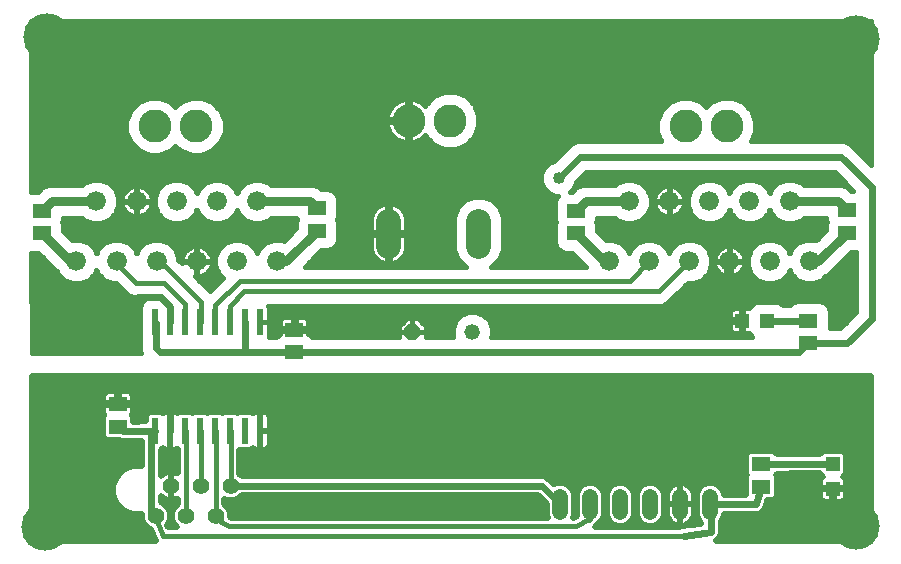
<source format=gtl>
G75*
%MOIN*%
%OFA0B0*%
%FSLAX24Y24*%
%IPPOS*%
%LPD*%
%AMOC8*
5,1,8,0,0,1.08239X$1,22.5*
%
%ADD10C,0.0660*%
%ADD11R,0.0591X0.0512*%
%ADD12R,0.0630X0.0512*%
%ADD13R,0.0472X0.0472*%
%ADD14C,0.1102*%
%ADD15C,0.0520*%
%ADD16OC8,0.0520*%
%ADD17C,0.0520*%
%ADD18C,0.0825*%
%ADD19R,0.0236X0.0866*%
%ADD20C,0.0560*%
%ADD21C,0.0315*%
%ADD22C,0.0160*%
%ADD23C,0.0157*%
%ADD24C,0.1581*%
%ADD25C,0.0320*%
%ADD26C,0.0240*%
%ADD27C,0.0400*%
%ADD28C,0.0197*%
D10*
X008141Y011137D03*
X008760Y012811D03*
X010098Y012811D03*
X011437Y012811D03*
X012775Y012811D03*
X014114Y012811D03*
X015452Y012811D03*
X014783Y014811D03*
X013445Y014811D03*
X012106Y014811D03*
X010767Y014811D03*
X009429Y014811D03*
X014637Y019681D03*
X026510Y012811D03*
X027848Y012811D03*
X029187Y012811D03*
X030525Y012811D03*
X031864Y012811D03*
X033202Y012811D03*
X032533Y014811D03*
X031195Y014811D03*
X029856Y014811D03*
X028517Y014811D03*
X027179Y014811D03*
D11*
X025417Y014486D03*
X025417Y013738D03*
X016783Y013830D03*
X016783Y014578D03*
X016015Y010527D03*
X016015Y009779D03*
X010149Y008047D03*
X010149Y007299D03*
X007618Y013740D03*
X007618Y014488D03*
X034441Y014511D03*
X034441Y013763D03*
D12*
X033161Y010830D03*
X033161Y010082D03*
X031594Y006048D03*
X031594Y005300D03*
D13*
X033977Y005227D03*
X033977Y006054D03*
X031779Y010834D03*
X030952Y010834D03*
D14*
X030448Y017311D03*
X029071Y017311D03*
X021212Y017503D03*
X019835Y017503D03*
X012752Y017311D03*
X011374Y017311D03*
D15*
X024889Y004964D02*
X024889Y004444D01*
X025889Y004444D02*
X025889Y004964D01*
X026889Y004964D02*
X026889Y004444D01*
X027889Y004444D02*
X027889Y004964D01*
X028889Y004964D02*
X028889Y004444D01*
X029889Y004444D02*
X029889Y004964D01*
D16*
X019958Y010468D03*
D17*
X021958Y010468D03*
D18*
X022161Y013331D02*
X022161Y014156D01*
X019161Y014156D02*
X019161Y013331D01*
D19*
X014891Y010783D03*
X014391Y010783D03*
X013891Y010783D03*
X013391Y010783D03*
X012891Y010783D03*
X012391Y010783D03*
X011891Y010783D03*
X011391Y010783D03*
X011391Y007161D03*
X011891Y007161D03*
X012391Y007161D03*
X012891Y007161D03*
X013391Y007161D03*
X013891Y007161D03*
X014391Y007161D03*
X014891Y007161D03*
D20*
X013909Y005326D03*
X012909Y005326D03*
X011909Y005326D03*
X011409Y004326D03*
X012409Y004326D03*
X013409Y004326D03*
D21*
X015452Y012811D02*
X015763Y012811D01*
X016783Y013830D01*
X016783Y014578D02*
X016551Y014811D01*
X014783Y014811D01*
X009429Y014811D02*
X007941Y014811D01*
X007618Y014488D01*
X007618Y013740D02*
X008547Y012811D01*
X008760Y012811D01*
X025417Y013738D02*
X026344Y012811D01*
X026510Y012811D01*
X025417Y014486D02*
X025742Y014811D01*
X027179Y014811D01*
X032533Y014811D02*
X034141Y014811D01*
X034441Y014511D01*
X034441Y013763D02*
X033488Y012811D01*
X033202Y012811D01*
D22*
X029187Y012811D02*
X028183Y011807D01*
X014362Y011807D01*
X013891Y011336D01*
X013891Y010783D01*
X013391Y010783D02*
X013391Y011348D01*
X014204Y012161D01*
X027198Y012161D01*
X027848Y012811D01*
X025858Y004208D02*
X025425Y003975D01*
X013850Y003975D01*
X013409Y004216D01*
X013409Y004326D02*
X013409Y007161D01*
X013391Y007161D01*
X013891Y007161D02*
X013909Y007161D01*
X013909Y005326D01*
X012909Y005326D02*
X012909Y007161D01*
X012891Y007161D01*
X012409Y007161D02*
X012409Y004326D01*
X011637Y003665D02*
X028999Y003665D01*
X012905Y010797D02*
X012891Y010783D01*
X012905Y010797D02*
X012905Y011452D01*
X011547Y012811D01*
X011437Y012811D01*
X011685Y012082D02*
X010740Y012082D01*
X010098Y012724D01*
X010098Y012811D01*
X011685Y012082D02*
X012393Y011374D01*
X012393Y010785D01*
X012391Y010783D01*
X012391Y007161D02*
X012409Y007161D01*
X011380Y004323D02*
X011637Y003665D01*
D23*
X010918Y009759D02*
X007265Y009759D01*
X007263Y013090D01*
X007488Y013090D01*
X008080Y012498D01*
X008124Y012454D01*
X008146Y012401D01*
X008350Y012197D01*
X008616Y012087D01*
X008903Y012087D01*
X009169Y012197D01*
X009373Y012401D01*
X009429Y012535D01*
X009485Y012401D01*
X009688Y012197D01*
X009954Y012087D01*
X010065Y012087D01*
X010338Y011814D01*
X010471Y011681D01*
X010646Y011609D01*
X011192Y011609D01*
X011050Y011550D01*
X010940Y011439D01*
X010880Y011294D01*
X010880Y010890D01*
X010878Y010885D01*
X010878Y010681D01*
X010880Y010676D01*
X010880Y010272D01*
X010895Y010233D01*
X010895Y009815D01*
X010918Y009759D01*
X010895Y009825D02*
X007265Y009825D01*
X007265Y009981D02*
X010895Y009981D01*
X010895Y010137D02*
X007265Y010137D01*
X007265Y010293D02*
X010880Y010293D01*
X010880Y010449D02*
X007265Y010449D01*
X007265Y010605D02*
X010880Y010605D01*
X010878Y010761D02*
X007265Y010761D01*
X007265Y010917D02*
X010880Y010917D01*
X010880Y011073D02*
X007265Y011073D01*
X007265Y011229D02*
X010880Y011229D01*
X010917Y011385D02*
X007264Y011385D01*
X007264Y011541D02*
X011042Y011541D01*
X010455Y011697D02*
X007264Y011697D01*
X007264Y011853D02*
X010299Y011853D01*
X010338Y011814D02*
X010338Y011814D01*
X010143Y012009D02*
X007264Y012009D01*
X007264Y012165D02*
X008427Y012165D01*
X008226Y012321D02*
X007264Y012321D01*
X007264Y012477D02*
X008101Y012477D01*
X007945Y012633D02*
X007264Y012633D01*
X007264Y012789D02*
X007789Y012789D01*
X007633Y012945D02*
X007263Y012945D01*
X008307Y013830D02*
X008606Y013531D01*
X008616Y013534D01*
X008903Y013534D01*
X009169Y013424D01*
X009373Y013221D01*
X009429Y013086D01*
X009485Y013221D01*
X009688Y013424D01*
X009954Y013534D01*
X010242Y013534D01*
X010508Y013424D01*
X010712Y013221D01*
X010767Y013086D01*
X010823Y013221D01*
X011027Y013424D01*
X011293Y013534D01*
X011581Y013534D01*
X011847Y013424D01*
X012050Y013221D01*
X012160Y012955D01*
X012160Y012867D01*
X012268Y012759D01*
X012267Y012771D01*
X012267Y012791D01*
X012756Y012791D01*
X012795Y012791D01*
X012795Y012830D01*
X013284Y012830D01*
X013284Y012851D01*
X013271Y012930D01*
X013247Y013006D01*
X013210Y013077D01*
X013163Y013142D01*
X013107Y013199D01*
X013042Y013246D01*
X012971Y013282D01*
X012894Y013307D01*
X012815Y013319D01*
X012795Y013319D01*
X012795Y012830D01*
X012756Y012830D01*
X012756Y012791D01*
X012756Y012302D01*
X012735Y012302D01*
X012724Y012304D01*
X013174Y011854D01*
X013200Y011827D01*
X013637Y012264D01*
X013500Y012401D01*
X013390Y012667D01*
X013390Y012955D01*
X013500Y013221D01*
X013704Y013424D01*
X013970Y013534D01*
X014258Y013534D01*
X014524Y013424D01*
X014727Y013221D01*
X014783Y013086D01*
X014839Y013221D01*
X015042Y013424D01*
X015308Y013534D01*
X015596Y013534D01*
X015675Y013502D01*
X016094Y013921D01*
X016094Y014165D01*
X016111Y014204D01*
X016094Y014244D01*
X016094Y014259D01*
X015255Y014259D01*
X015193Y014197D01*
X014927Y014087D01*
X014639Y014087D01*
X014373Y014197D01*
X014170Y014401D01*
X014114Y014535D01*
X014058Y014401D01*
X013854Y014197D01*
X013589Y014087D01*
X013301Y014087D01*
X013035Y014197D01*
X012831Y014401D01*
X012775Y014535D01*
X012719Y014401D01*
X012516Y014197D01*
X012250Y014087D01*
X011962Y014087D01*
X011696Y014197D01*
X011492Y014401D01*
X011382Y014667D01*
X011382Y014955D01*
X011492Y015221D01*
X011696Y015424D01*
X011962Y015534D01*
X012250Y015534D01*
X012516Y015424D01*
X012719Y015221D01*
X012775Y015086D01*
X012831Y015221D01*
X013035Y015424D01*
X013301Y015534D01*
X013589Y015534D01*
X013854Y015424D01*
X014058Y015221D01*
X014114Y015086D01*
X014170Y015221D01*
X014373Y015424D01*
X014639Y015534D01*
X014927Y015534D01*
X015193Y015424D01*
X015255Y015362D01*
X016660Y015362D01*
X016863Y015278D01*
X016913Y015228D01*
X017157Y015228D01*
X017301Y015168D01*
X017412Y015057D01*
X017472Y014913D01*
X017472Y014244D01*
X017456Y014204D01*
X017472Y014165D01*
X017472Y013496D01*
X017412Y013351D01*
X017301Y013241D01*
X017157Y013181D01*
X016913Y013181D01*
X016367Y012635D01*
X021736Y012635D01*
X021704Y012648D01*
X021478Y012875D01*
X021355Y013171D01*
X021355Y014317D01*
X021478Y014613D01*
X021704Y014840D01*
X022001Y014962D01*
X022321Y014962D01*
X022618Y014840D01*
X022845Y014613D01*
X022967Y014317D01*
X022967Y013171D01*
X022845Y012875D01*
X022618Y012648D01*
X022586Y012635D01*
X025741Y012635D01*
X025287Y013088D01*
X025043Y013088D01*
X024899Y013148D01*
X024788Y013259D01*
X024728Y013404D01*
X024728Y014072D01*
X024745Y014112D01*
X024728Y014152D01*
X024728Y014820D01*
X024788Y014965D01*
X024816Y014993D01*
X024716Y014993D01*
X024498Y015083D01*
X024331Y015250D01*
X024241Y015468D01*
X024241Y015704D01*
X024331Y015923D01*
X024498Y016090D01*
X024691Y016170D01*
X025252Y016730D01*
X025441Y016809D01*
X028256Y016809D01*
X028126Y017123D01*
X028126Y017499D01*
X028270Y017846D01*
X028535Y018112D01*
X028883Y018256D01*
X029258Y018256D01*
X029606Y018112D01*
X029760Y017958D01*
X029913Y018112D01*
X030261Y018256D01*
X030636Y018256D01*
X030984Y018112D01*
X031250Y017846D01*
X031393Y017499D01*
X031393Y017123D01*
X031263Y016809D01*
X034346Y016809D01*
X034535Y016730D01*
X034679Y016586D01*
X035261Y016004D01*
X035261Y020812D01*
X007258Y020812D01*
X007262Y015137D01*
X007488Y015137D01*
X007628Y015278D01*
X007831Y015362D01*
X008957Y015362D01*
X009019Y015424D01*
X009285Y015534D01*
X009573Y015534D01*
X009839Y015424D01*
X010042Y015221D01*
X010153Y014955D01*
X010153Y014667D01*
X010042Y014401D01*
X009839Y014197D01*
X009573Y014087D01*
X009285Y014087D01*
X009019Y014197D01*
X008957Y014259D01*
X008307Y014259D01*
X008307Y014154D01*
X008290Y014114D01*
X008307Y014074D01*
X008307Y013830D01*
X008307Y013881D02*
X016054Y013881D01*
X016094Y014037D02*
X008307Y014037D01*
X008307Y014193D02*
X009029Y014193D01*
X008412Y013725D02*
X015898Y013725D01*
X015742Y013569D02*
X008568Y013569D01*
X009181Y013413D02*
X009677Y013413D01*
X009521Y013257D02*
X009337Y013257D01*
X009423Y013101D02*
X009435Y013101D01*
X009405Y012477D02*
X009453Y012477D01*
X009564Y012321D02*
X009293Y012321D01*
X009092Y012165D02*
X009765Y012165D01*
X010761Y013101D02*
X010774Y013101D01*
X010860Y013257D02*
X010675Y013257D01*
X010519Y013413D02*
X011016Y013413D01*
X011858Y013413D02*
X013693Y013413D01*
X013537Y013257D02*
X013020Y013257D01*
X012795Y013257D02*
X012756Y013257D01*
X012756Y013319D02*
X012735Y013319D01*
X012656Y013307D01*
X012580Y013282D01*
X012509Y013246D01*
X012444Y013199D01*
X012387Y013142D01*
X012340Y013077D01*
X012304Y013006D01*
X012279Y012930D01*
X012267Y012851D01*
X012267Y012830D01*
X012756Y012830D01*
X012756Y013319D01*
X012756Y013101D02*
X012795Y013101D01*
X012795Y012945D02*
X012756Y012945D01*
X012756Y012789D02*
X012795Y012789D01*
X012795Y012791D02*
X012795Y012302D01*
X012815Y012302D01*
X012894Y012314D01*
X012971Y012339D01*
X013042Y012376D01*
X013107Y012423D01*
X013163Y012479D01*
X013210Y012544D01*
X013247Y012615D01*
X013271Y012691D01*
X013284Y012771D01*
X013284Y012791D01*
X012795Y012791D01*
X012795Y012633D02*
X012756Y012633D01*
X012756Y012477D02*
X012795Y012477D01*
X012795Y012321D02*
X012756Y012321D01*
X012915Y012321D02*
X013580Y012321D01*
X013539Y012165D02*
X012862Y012165D01*
X013018Y012009D02*
X013383Y012009D01*
X013227Y011853D02*
X013174Y011853D01*
X013161Y012477D02*
X013469Y012477D01*
X013404Y012633D02*
X013252Y012633D01*
X013284Y012789D02*
X013390Y012789D01*
X013390Y012945D02*
X013267Y012945D01*
X013193Y013101D02*
X013451Y013101D01*
X012531Y013257D02*
X012014Y013257D01*
X012100Y013101D02*
X012357Y013101D01*
X012284Y012945D02*
X012160Y012945D01*
X012238Y012789D02*
X012267Y012789D01*
X014535Y013413D02*
X015031Y013413D01*
X014875Y013257D02*
X014691Y013257D01*
X014777Y013101D02*
X014789Y013101D01*
X016521Y012789D02*
X018923Y012789D01*
X018934Y012783D02*
X019023Y012755D01*
X019102Y012742D01*
X019102Y013685D01*
X018570Y013685D01*
X018570Y013285D01*
X018584Y013193D01*
X018613Y013104D01*
X018655Y013021D01*
X018710Y012946D01*
X018776Y012880D01*
X018851Y012826D01*
X018934Y012783D01*
X019102Y012789D02*
X019220Y012789D01*
X019220Y012742D02*
X019300Y012755D01*
X019388Y012783D01*
X019471Y012826D01*
X019546Y012880D01*
X019612Y012946D01*
X019667Y013021D01*
X019709Y013104D01*
X019738Y013193D01*
X019752Y013285D01*
X019752Y013685D01*
X019220Y013685D01*
X019220Y013802D01*
X019752Y013802D01*
X019752Y014203D01*
X019738Y014295D01*
X019709Y014383D01*
X019667Y014466D01*
X019612Y014541D01*
X019546Y014607D01*
X019471Y014662D01*
X019388Y014704D01*
X019300Y014733D01*
X019220Y014746D01*
X019220Y013802D01*
X019102Y013802D01*
X019102Y013685D01*
X019220Y013685D01*
X019220Y012742D01*
X019399Y012789D02*
X021563Y012789D01*
X021448Y012945D02*
X019611Y012945D01*
X019707Y013101D02*
X021384Y013101D01*
X021355Y013257D02*
X019748Y013257D01*
X019752Y013413D02*
X021355Y013413D01*
X021355Y013569D02*
X019752Y013569D01*
X019752Y013881D02*
X021355Y013881D01*
X021355Y014037D02*
X019752Y014037D01*
X019752Y014193D02*
X021355Y014193D01*
X021368Y014349D02*
X019720Y014349D01*
X019639Y014505D02*
X021433Y014505D01*
X021526Y014661D02*
X019472Y014661D01*
X019220Y014661D02*
X019102Y014661D01*
X019102Y014746D02*
X019023Y014733D01*
X018934Y014704D01*
X018851Y014662D01*
X018776Y014607D01*
X018710Y014541D01*
X018655Y014466D01*
X018613Y014383D01*
X018584Y014295D01*
X018570Y014203D01*
X018570Y013802D01*
X019102Y013802D01*
X019102Y014746D01*
X019102Y014505D02*
X019220Y014505D01*
X019220Y014349D02*
X019102Y014349D01*
X019102Y014193D02*
X019220Y014193D01*
X019220Y014037D02*
X019102Y014037D01*
X019102Y013881D02*
X019220Y013881D01*
X019220Y013725D02*
X021355Y013725D01*
X022967Y013725D02*
X024728Y013725D01*
X024728Y013881D02*
X022967Y013881D01*
X022967Y014037D02*
X024728Y014037D01*
X024728Y014193D02*
X022967Y014193D01*
X022954Y014349D02*
X024728Y014349D01*
X024728Y014505D02*
X022889Y014505D01*
X022797Y014661D02*
X024728Y014661D01*
X024728Y014817D02*
X022641Y014817D01*
X021682Y014817D02*
X017472Y014817D01*
X017472Y014661D02*
X018850Y014661D01*
X018684Y014505D02*
X017472Y014505D01*
X017472Y014349D02*
X018602Y014349D01*
X018570Y014193D02*
X017460Y014193D01*
X017472Y014037D02*
X018570Y014037D01*
X018570Y013881D02*
X017472Y013881D01*
X017472Y013725D02*
X019102Y013725D01*
X019102Y013569D02*
X019220Y013569D01*
X019220Y013413D02*
X019102Y013413D01*
X019102Y013257D02*
X019220Y013257D01*
X019220Y013101D02*
X019102Y013101D01*
X019102Y012945D02*
X019220Y012945D01*
X018711Y012945D02*
X016677Y012945D01*
X016833Y013101D02*
X018615Y013101D01*
X018574Y013257D02*
X017318Y013257D01*
X017438Y013413D02*
X018570Y013413D01*
X018570Y013569D02*
X017472Y013569D01*
X016106Y014193D02*
X015183Y014193D01*
X014383Y014193D02*
X013844Y014193D01*
X014006Y014349D02*
X014221Y014349D01*
X014126Y014505D02*
X014101Y014505D01*
X014096Y015129D02*
X014132Y015129D01*
X014234Y015285D02*
X013994Y015285D01*
X013814Y015441D02*
X014413Y015441D01*
X015153Y015441D02*
X024252Y015441D01*
X024241Y015597D02*
X007262Y015597D01*
X007262Y015753D02*
X024261Y015753D01*
X024325Y015909D02*
X007261Y015909D01*
X007261Y016065D02*
X024473Y016065D01*
X024742Y016221D02*
X007261Y016221D01*
X007261Y016377D02*
X011159Y016377D01*
X011186Y016366D02*
X011562Y016366D01*
X011909Y016510D01*
X012063Y016663D01*
X012216Y016510D01*
X012564Y016366D01*
X012940Y016366D01*
X013287Y016510D01*
X013553Y016775D01*
X013697Y017123D01*
X013697Y017499D01*
X013553Y017846D01*
X013287Y018112D01*
X012940Y018256D01*
X012564Y018256D01*
X012216Y018112D01*
X012063Y017958D01*
X011909Y018112D01*
X011562Y018256D01*
X011186Y018256D01*
X010838Y018112D01*
X010573Y017846D01*
X010429Y017499D01*
X010429Y017123D01*
X010573Y016775D01*
X010838Y016510D01*
X011186Y016366D01*
X011588Y016377D02*
X012537Y016377D01*
X012193Y016533D02*
X011932Y016533D01*
X012966Y016377D02*
X024898Y016377D01*
X025054Y016533D02*
X013310Y016533D01*
X013466Y016689D02*
X020709Y016689D01*
X020677Y016702D02*
X021025Y016558D01*
X021400Y016558D01*
X021748Y016702D01*
X022014Y016967D01*
X022157Y017315D01*
X022157Y017691D01*
X022014Y018038D01*
X021748Y018304D01*
X021400Y018448D01*
X021025Y018448D01*
X020677Y018304D01*
X020411Y018038D01*
X020388Y017981D01*
X020384Y017985D01*
X020317Y018053D01*
X020241Y018111D01*
X020158Y018159D01*
X020070Y018195D01*
X019977Y018220D01*
X019894Y018231D01*
X019894Y017562D01*
X019775Y017562D01*
X019775Y017444D01*
X019106Y017444D01*
X019117Y017360D01*
X019142Y017267D01*
X019178Y017179D01*
X019226Y017096D01*
X019285Y017020D01*
X019352Y016953D01*
X019428Y016894D01*
X019511Y016847D01*
X019599Y016810D01*
X019692Y016785D01*
X019775Y016774D01*
X019775Y017444D01*
X019894Y017444D01*
X019894Y016774D01*
X019977Y016785D01*
X020070Y016810D01*
X020158Y016847D01*
X020241Y016894D01*
X020317Y016953D01*
X020384Y017020D01*
X020388Y017025D01*
X020411Y016967D01*
X020677Y016702D01*
X020534Y016845D02*
X020153Y016845D01*
X019894Y016845D02*
X019775Y016845D01*
X019775Y017001D02*
X019894Y017001D01*
X019894Y017157D02*
X019775Y017157D01*
X019775Y017313D02*
X019894Y017313D01*
X019775Y017468D02*
X013697Y017468D01*
X013697Y017313D02*
X019130Y017313D01*
X019192Y017157D02*
X013697Y017157D01*
X013646Y017001D02*
X019304Y017001D01*
X019516Y016845D02*
X013581Y016845D01*
X013644Y017624D02*
X019114Y017624D01*
X019117Y017645D02*
X019106Y017562D01*
X019775Y017562D01*
X019775Y018231D01*
X019692Y018220D01*
X019599Y018195D01*
X019511Y018159D01*
X019428Y018111D01*
X019352Y018053D01*
X019285Y017985D01*
X019226Y017909D01*
X019178Y017826D01*
X019142Y017738D01*
X019117Y017645D01*
X019160Y017780D02*
X013580Y017780D01*
X013462Y017936D02*
X019247Y017936D01*
X019404Y018092D02*
X013306Y018092D01*
X012957Y018248D02*
X020622Y018248D01*
X020466Y018092D02*
X020265Y018092D01*
X019894Y018092D02*
X019775Y018092D01*
X019775Y017936D02*
X019894Y017936D01*
X019894Y017780D02*
X019775Y017780D01*
X019775Y017624D02*
X019894Y017624D01*
X020365Y017001D02*
X020398Y017001D01*
X021716Y016689D02*
X025210Y016689D01*
X025756Y015781D02*
X034031Y015781D01*
X034651Y015161D01*
X034570Y015161D01*
X034454Y015278D01*
X034251Y015362D01*
X033005Y015362D01*
X032943Y015424D01*
X032677Y015534D01*
X032389Y015534D01*
X032123Y015424D01*
X031920Y015221D01*
X031864Y015086D01*
X031808Y015221D01*
X031604Y015424D01*
X031339Y015534D01*
X031051Y015534D01*
X030785Y015424D01*
X030581Y015221D01*
X030525Y015086D01*
X030469Y015221D01*
X030266Y015424D01*
X030000Y015534D01*
X029712Y015534D01*
X029446Y015424D01*
X029242Y015221D01*
X029132Y014955D01*
X029132Y014667D01*
X029242Y014401D01*
X029446Y014197D01*
X029712Y014087D01*
X030000Y014087D01*
X030266Y014197D01*
X030469Y014401D01*
X030525Y014535D01*
X030581Y014401D01*
X030785Y014197D01*
X031051Y014087D01*
X031339Y014087D01*
X031604Y014197D01*
X031808Y014401D01*
X031864Y014535D01*
X031920Y014401D01*
X032123Y014197D01*
X032389Y014087D01*
X032677Y014087D01*
X032943Y014197D01*
X033005Y014259D01*
X033752Y014259D01*
X033752Y014177D01*
X033768Y014137D01*
X033752Y014098D01*
X033752Y013854D01*
X033407Y013509D01*
X033346Y013534D01*
X033058Y013534D01*
X032792Y013424D01*
X032589Y013221D01*
X032533Y013086D01*
X032477Y013221D01*
X032274Y013424D01*
X032008Y013534D01*
X031720Y013534D01*
X031454Y013424D01*
X031250Y013221D01*
X031140Y012955D01*
X031140Y012667D01*
X031250Y012401D01*
X031454Y012197D01*
X031720Y012087D01*
X032008Y012087D01*
X032274Y012197D01*
X032477Y012401D01*
X032533Y012535D01*
X032589Y012401D01*
X032792Y012197D01*
X033058Y012087D01*
X033346Y012087D01*
X033612Y012197D01*
X033729Y012314D01*
X033800Y012343D01*
X033955Y012498D01*
X034570Y013114D01*
X034754Y013114D01*
X034754Y011114D01*
X034228Y010588D01*
X033870Y010588D01*
X033870Y011165D01*
X033810Y011309D01*
X033699Y011420D01*
X033554Y011480D01*
X032768Y011480D01*
X032623Y011420D01*
X032547Y011344D01*
X032299Y011344D01*
X032238Y011404D01*
X032094Y011464D01*
X031465Y011464D01*
X031320Y011404D01*
X031209Y011293D01*
X031191Y011249D01*
X030992Y011249D01*
X030992Y010874D01*
X030913Y010874D01*
X030913Y011249D01*
X030693Y011249D01*
X030647Y011237D01*
X030606Y011213D01*
X030573Y011180D01*
X030550Y011139D01*
X030537Y011094D01*
X030537Y010874D01*
X030913Y010874D01*
X030913Y010795D01*
X030537Y010795D01*
X030537Y010574D01*
X030550Y010529D01*
X030573Y010488D01*
X030606Y010455D01*
X030647Y010431D01*
X030693Y010419D01*
X030913Y010419D01*
X030913Y010795D01*
X030992Y010795D01*
X030992Y010419D01*
X031191Y010419D01*
X031209Y010375D01*
X031291Y010293D01*
X022594Y010293D01*
X022593Y010293D02*
X022612Y010338D01*
X022612Y010598D01*
X022513Y010838D01*
X022329Y011022D01*
X022088Y011122D01*
X021828Y011122D01*
X021588Y011022D01*
X021404Y010838D01*
X021305Y010598D01*
X021305Y010338D01*
X021323Y010293D01*
X020397Y010293D01*
X020397Y010467D01*
X019960Y010467D01*
X019960Y010469D01*
X020397Y010469D01*
X020397Y010650D01*
X020140Y010907D01*
X019960Y010907D01*
X019960Y010469D01*
X019957Y010469D01*
X019957Y010467D01*
X019520Y010467D01*
X019520Y010293D01*
X016610Y010293D01*
X016534Y010369D01*
X016489Y010387D01*
X016489Y010478D01*
X016065Y010478D01*
X016065Y010576D01*
X016489Y010576D01*
X016489Y010807D01*
X016477Y010852D01*
X016454Y010893D01*
X016420Y010926D01*
X016380Y010950D01*
X016334Y010962D01*
X016065Y010962D01*
X016065Y010576D01*
X015966Y010576D01*
X015966Y010478D01*
X015541Y010478D01*
X015541Y010387D01*
X015497Y010369D01*
X015421Y010293D01*
X015179Y010293D01*
X015188Y010326D01*
X015188Y010783D01*
X014905Y010783D01*
X014905Y010783D01*
X015188Y010783D01*
X015188Y011240D01*
X015176Y011285D01*
X015153Y011326D01*
X015145Y011333D01*
X028277Y011333D01*
X028451Y011405D01*
X029133Y012087D01*
X029331Y012087D01*
X029597Y012197D01*
X029800Y012401D01*
X029910Y012667D01*
X029910Y012955D01*
X029800Y013221D01*
X029597Y013424D01*
X029331Y013534D01*
X029043Y013534D01*
X028777Y013424D01*
X028573Y013221D01*
X028517Y013086D01*
X028462Y013221D01*
X028258Y013424D01*
X027992Y013534D01*
X027704Y013534D01*
X027438Y013424D01*
X027235Y013221D01*
X027179Y013086D01*
X027123Y013221D01*
X026919Y013424D01*
X026653Y013534D01*
X026400Y013534D01*
X026106Y013828D01*
X026106Y014072D01*
X026089Y014112D01*
X026106Y014152D01*
X026106Y014259D01*
X026707Y014259D01*
X026769Y014197D01*
X027035Y014087D01*
X027323Y014087D01*
X027589Y014197D01*
X027792Y014401D01*
X027903Y014667D01*
X027903Y014955D01*
X027792Y015221D01*
X027589Y015424D01*
X027323Y015534D01*
X027035Y015534D01*
X026769Y015424D01*
X026707Y015362D01*
X025632Y015362D01*
X025430Y015278D01*
X025287Y015135D01*
X025223Y015135D01*
X025338Y015250D01*
X025418Y015443D01*
X025756Y015781D01*
X025727Y015753D02*
X034059Y015753D01*
X034215Y015597D02*
X025571Y015597D01*
X025417Y015441D02*
X026809Y015441D01*
X027549Y015441D02*
X029486Y015441D01*
X029307Y015285D02*
X028704Y015285D01*
X028713Y015282D02*
X028637Y015307D01*
X028557Y015319D01*
X028537Y015319D01*
X028537Y014830D01*
X029026Y014830D01*
X029026Y014851D01*
X029014Y014930D01*
X028989Y015006D01*
X028953Y015077D01*
X028905Y015142D01*
X028849Y015199D01*
X028784Y015246D01*
X028713Y015282D01*
X028537Y015285D02*
X028498Y015285D01*
X028498Y015319D02*
X028477Y015319D01*
X028398Y015307D01*
X028322Y015282D01*
X028251Y015246D01*
X028186Y015199D01*
X028129Y015142D01*
X028082Y015077D01*
X028046Y015006D01*
X028021Y014930D01*
X028009Y014851D01*
X028009Y014830D01*
X028498Y014830D01*
X028498Y014791D01*
X028537Y014791D01*
X028537Y014302D01*
X028557Y014302D01*
X028637Y014314D01*
X028713Y014339D01*
X028784Y014376D01*
X028849Y014423D01*
X028905Y014479D01*
X028953Y014544D01*
X028989Y014615D01*
X029014Y014691D01*
X029026Y014771D01*
X029026Y014791D01*
X028537Y014791D01*
X028537Y014830D01*
X028498Y014830D01*
X028498Y015319D01*
X028330Y015285D02*
X027728Y015285D01*
X027830Y015129D02*
X028120Y015129D01*
X028035Y014973D02*
X027895Y014973D01*
X027903Y014817D02*
X028498Y014817D01*
X028498Y014791D02*
X028009Y014791D01*
X028009Y014771D01*
X028021Y014691D01*
X028046Y014615D01*
X028082Y014544D01*
X028129Y014479D01*
X028186Y014423D01*
X028251Y014376D01*
X028322Y014339D01*
X028398Y014314D01*
X028477Y014302D01*
X028498Y014302D01*
X028498Y014791D01*
X028537Y014817D02*
X029132Y014817D01*
X029140Y014973D02*
X029000Y014973D01*
X028915Y015129D02*
X029204Y015129D01*
X029135Y014661D02*
X029004Y014661D01*
X028924Y014505D02*
X029199Y014505D01*
X029294Y014349D02*
X028732Y014349D01*
X028537Y014349D02*
X028498Y014349D01*
X028498Y014505D02*
X028537Y014505D01*
X028537Y014661D02*
X028498Y014661D01*
X028498Y014973D02*
X028537Y014973D01*
X028537Y015129D02*
X028498Y015129D01*
X028031Y014661D02*
X027900Y014661D01*
X027835Y014505D02*
X028111Y014505D01*
X028303Y014349D02*
X027741Y014349D01*
X027579Y014193D02*
X029456Y014193D01*
X030256Y014193D02*
X030795Y014193D01*
X030633Y014349D02*
X030418Y014349D01*
X030513Y014505D02*
X030538Y014505D01*
X030508Y015129D02*
X030543Y015129D01*
X030645Y015285D02*
X030405Y015285D01*
X030226Y015441D02*
X030825Y015441D01*
X031564Y015441D02*
X032163Y015441D01*
X031984Y015285D02*
X031744Y015285D01*
X031846Y015129D02*
X031882Y015129D01*
X031851Y014505D02*
X031876Y014505D01*
X031971Y014349D02*
X031756Y014349D01*
X031594Y014193D02*
X032133Y014193D01*
X032933Y014193D02*
X033752Y014193D01*
X033752Y014037D02*
X026106Y014037D01*
X026106Y014193D02*
X026779Y014193D01*
X026209Y013725D02*
X033623Y013725D01*
X033752Y013881D02*
X026106Y013881D01*
X026365Y013569D02*
X033467Y013569D01*
X032781Y013413D02*
X032285Y013413D01*
X032441Y013257D02*
X032625Y013257D01*
X032539Y013101D02*
X032527Y013101D01*
X032509Y012477D02*
X032557Y012477D01*
X032668Y012321D02*
X032398Y012321D01*
X032197Y012165D02*
X032870Y012165D01*
X033535Y012165D02*
X034754Y012165D01*
X034754Y012009D02*
X029055Y012009D01*
X028899Y011853D02*
X034754Y011853D01*
X034754Y011697D02*
X028743Y011697D01*
X028587Y011541D02*
X034754Y011541D01*
X034754Y011385D02*
X033734Y011385D01*
X033843Y011229D02*
X034754Y011229D01*
X034713Y011073D02*
X033870Y011073D01*
X033870Y010917D02*
X034557Y010917D01*
X034401Y010761D02*
X033870Y010761D01*
X033870Y010605D02*
X034245Y010605D01*
X032588Y011385D02*
X032257Y011385D01*
X031301Y011385D02*
X028403Y011385D01*
X029519Y012165D02*
X031531Y012165D01*
X031330Y012321D02*
X030665Y012321D01*
X030644Y012314D02*
X030721Y012339D01*
X030792Y012376D01*
X030857Y012423D01*
X030913Y012479D01*
X030960Y012544D01*
X030997Y012615D01*
X031021Y012691D01*
X031034Y012771D01*
X031034Y012791D01*
X030545Y012791D01*
X030545Y012830D01*
X031034Y012830D01*
X031034Y012851D01*
X031021Y012930D01*
X030997Y013006D01*
X030960Y013077D01*
X030913Y013142D01*
X030857Y013199D01*
X030792Y013246D01*
X030721Y013282D01*
X030644Y013307D01*
X030565Y013319D01*
X030545Y013319D01*
X030545Y012830D01*
X030506Y012830D01*
X030506Y012791D01*
X030545Y012791D01*
X030545Y012302D01*
X030565Y012302D01*
X030644Y012314D01*
X030545Y012321D02*
X030506Y012321D01*
X030506Y012302D02*
X030506Y012791D01*
X030017Y012791D01*
X030017Y012771D01*
X030029Y012691D01*
X030054Y012615D01*
X030090Y012544D01*
X030137Y012479D01*
X030194Y012423D01*
X030259Y012376D01*
X030330Y012339D01*
X030406Y012314D01*
X030485Y012302D01*
X030506Y012302D01*
X030385Y012321D02*
X029721Y012321D01*
X029832Y012477D02*
X030139Y012477D01*
X030048Y012633D02*
X029896Y012633D01*
X029910Y012789D02*
X030017Y012789D01*
X030017Y012830D02*
X030506Y012830D01*
X030506Y013319D01*
X030485Y013319D01*
X030406Y013307D01*
X030330Y013282D01*
X030259Y013246D01*
X030194Y013199D01*
X030137Y013142D01*
X030090Y013077D01*
X030054Y013006D01*
X030029Y012930D01*
X030017Y012851D01*
X030017Y012830D01*
X030034Y012945D02*
X029910Y012945D01*
X029850Y013101D02*
X030107Y013101D01*
X030281Y013257D02*
X029764Y013257D01*
X029608Y013413D02*
X031443Y013413D01*
X031287Y013257D02*
X030770Y013257D01*
X030545Y013257D02*
X030506Y013257D01*
X030506Y013101D02*
X030545Y013101D01*
X030545Y012945D02*
X030506Y012945D01*
X030506Y012789D02*
X030545Y012789D01*
X030545Y012633D02*
X030506Y012633D01*
X030506Y012477D02*
X030545Y012477D01*
X030911Y012477D02*
X031219Y012477D01*
X031154Y012633D02*
X031002Y012633D01*
X031034Y012789D02*
X031140Y012789D01*
X031140Y012945D02*
X031017Y012945D01*
X030943Y013101D02*
X031201Y013101D01*
X028766Y013413D02*
X028269Y013413D01*
X028425Y013257D02*
X028610Y013257D01*
X028524Y013101D02*
X028511Y013101D01*
X027427Y013413D02*
X026931Y013413D01*
X027087Y013257D02*
X027271Y013257D01*
X027185Y013101D02*
X027173Y013101D01*
X025586Y012789D02*
X022759Y012789D01*
X022874Y012945D02*
X025430Y012945D01*
X025012Y013101D02*
X022938Y013101D01*
X022967Y013257D02*
X024790Y013257D01*
X024728Y013413D02*
X022967Y013413D01*
X022967Y013569D02*
X024728Y013569D01*
X024796Y014973D02*
X017447Y014973D01*
X017341Y015129D02*
X024452Y015129D01*
X024317Y015285D02*
X016846Y015285D01*
X013075Y015441D02*
X012476Y015441D01*
X012655Y015285D02*
X012895Y015285D01*
X012793Y015129D02*
X012758Y015129D01*
X012763Y014505D02*
X012788Y014505D01*
X012883Y014349D02*
X012668Y014349D01*
X012506Y014193D02*
X013045Y014193D01*
X011706Y014193D02*
X009829Y014193D01*
X009991Y014349D02*
X010553Y014349D01*
X010572Y014339D02*
X010648Y014314D01*
X010727Y014302D01*
X010748Y014302D01*
X010748Y014791D01*
X010787Y014791D01*
X010787Y014302D01*
X010807Y014302D01*
X010887Y014314D01*
X010963Y014339D01*
X011034Y014376D01*
X011099Y014423D01*
X011155Y014479D01*
X011203Y014544D01*
X011239Y014615D01*
X011264Y014691D01*
X011276Y014771D01*
X011276Y014791D01*
X010787Y014791D01*
X010787Y014830D01*
X011276Y014830D01*
X011276Y014851D01*
X011264Y014930D01*
X011239Y015006D01*
X011203Y015077D01*
X011155Y015142D01*
X011099Y015199D01*
X011034Y015246D01*
X010963Y015282D01*
X010887Y015307D01*
X010807Y015319D01*
X010787Y015319D01*
X010787Y014830D01*
X010748Y014830D01*
X010748Y014791D01*
X010259Y014791D01*
X010259Y014771D01*
X010271Y014691D01*
X010296Y014615D01*
X010332Y014544D01*
X010379Y014479D01*
X010436Y014423D01*
X010501Y014376D01*
X010572Y014339D01*
X010748Y014349D02*
X010787Y014349D01*
X010787Y014505D02*
X010748Y014505D01*
X010748Y014661D02*
X010787Y014661D01*
X010787Y014817D02*
X011382Y014817D01*
X011390Y014973D02*
X011250Y014973D01*
X011165Y015129D02*
X011454Y015129D01*
X011557Y015285D02*
X010954Y015285D01*
X010787Y015285D02*
X010748Y015285D01*
X010748Y015319D02*
X010727Y015319D01*
X010648Y015307D01*
X010572Y015282D01*
X010501Y015246D01*
X010436Y015199D01*
X010379Y015142D01*
X010332Y015077D01*
X010296Y015006D01*
X010271Y014930D01*
X010259Y014851D01*
X010259Y014830D01*
X010748Y014830D01*
X010748Y015319D01*
X010580Y015285D02*
X009978Y015285D01*
X010080Y015129D02*
X010370Y015129D01*
X010285Y014973D02*
X010145Y014973D01*
X010153Y014817D02*
X010748Y014817D01*
X010748Y014973D02*
X010787Y014973D01*
X010787Y015129D02*
X010748Y015129D01*
X010281Y014661D02*
X010150Y014661D01*
X010085Y014505D02*
X010361Y014505D01*
X010982Y014349D02*
X011544Y014349D01*
X011449Y014505D02*
X011174Y014505D01*
X011254Y014661D02*
X011385Y014661D01*
X011736Y015441D02*
X009799Y015441D01*
X009059Y015441D02*
X007262Y015441D01*
X007262Y015285D02*
X007645Y015285D01*
X007261Y016533D02*
X010815Y016533D01*
X010659Y016689D02*
X007261Y016689D01*
X007261Y016845D02*
X010544Y016845D01*
X010479Y017001D02*
X007261Y017001D01*
X007261Y017157D02*
X010429Y017157D01*
X010429Y017313D02*
X007261Y017313D01*
X007260Y017468D02*
X010429Y017468D01*
X010481Y017624D02*
X007260Y017624D01*
X007260Y017780D02*
X010546Y017780D01*
X010663Y017936D02*
X007260Y017936D01*
X007260Y018092D02*
X010819Y018092D01*
X011169Y018248D02*
X007260Y018248D01*
X007260Y018404D02*
X020920Y018404D01*
X021505Y018404D02*
X035261Y018404D01*
X035261Y018248D02*
X030654Y018248D01*
X031003Y018092D02*
X035261Y018092D01*
X035261Y017936D02*
X031159Y017936D01*
X031277Y017780D02*
X035261Y017780D01*
X035261Y017624D02*
X031341Y017624D01*
X031393Y017468D02*
X035261Y017468D01*
X035261Y017313D02*
X031393Y017313D01*
X031393Y017157D02*
X035261Y017157D01*
X035261Y017001D02*
X031343Y017001D01*
X031278Y016845D02*
X035261Y016845D01*
X035261Y016689D02*
X034577Y016689D01*
X034733Y016533D02*
X035261Y016533D01*
X035261Y016377D02*
X034889Y016377D01*
X035044Y016221D02*
X035261Y016221D01*
X035261Y016065D02*
X035200Y016065D01*
X034527Y015285D02*
X034437Y015285D01*
X034371Y015441D02*
X032903Y015441D01*
X034558Y013101D02*
X034754Y013101D01*
X034754Y012945D02*
X034402Y012945D01*
X034246Y012789D02*
X034754Y012789D01*
X034754Y012633D02*
X034090Y012633D01*
X033934Y012477D02*
X034754Y012477D01*
X034754Y012321D02*
X033746Y012321D01*
X030992Y011229D02*
X030913Y011229D01*
X030913Y011073D02*
X030992Y011073D01*
X030992Y010917D02*
X030913Y010917D01*
X030913Y010761D02*
X030992Y010761D01*
X030992Y010605D02*
X030913Y010605D01*
X030913Y010449D02*
X030992Y010449D01*
X031291Y010293D02*
X022593Y010293D01*
X022612Y010449D02*
X030616Y010449D01*
X030537Y010605D02*
X022609Y010605D01*
X022544Y010761D02*
X030537Y010761D01*
X030537Y010917D02*
X022434Y010917D01*
X022206Y011073D02*
X030537Y011073D01*
X030634Y011229D02*
X015188Y011229D01*
X015188Y011073D02*
X021711Y011073D01*
X021483Y010917D02*
X016429Y010917D01*
X016489Y010761D02*
X019631Y010761D01*
X019520Y010650D02*
X019520Y010469D01*
X019957Y010469D01*
X019957Y010907D01*
X019777Y010907D01*
X019520Y010650D01*
X019520Y010605D02*
X016489Y010605D01*
X016489Y010449D02*
X019520Y010449D01*
X019520Y010293D02*
X016609Y010293D01*
X016065Y010605D02*
X015966Y010605D01*
X015966Y010576D02*
X015966Y010962D01*
X015697Y010962D01*
X015651Y010950D01*
X015610Y010926D01*
X015577Y010893D01*
X015554Y010852D01*
X015541Y010807D01*
X015541Y010576D01*
X015966Y010576D01*
X015966Y010761D02*
X016065Y010761D01*
X016065Y010917D02*
X015966Y010917D01*
X015602Y010917D02*
X015188Y010917D01*
X015188Y010761D02*
X015541Y010761D01*
X015541Y010605D02*
X015188Y010605D01*
X015188Y010449D02*
X015541Y010449D01*
X015422Y010293D02*
X015179Y010293D01*
X019957Y010605D02*
X019960Y010605D01*
X019957Y010761D02*
X019960Y010761D01*
X020286Y010761D02*
X021372Y010761D01*
X021308Y010605D02*
X020397Y010605D01*
X020397Y010449D02*
X021305Y010449D01*
X021323Y010293D02*
X020397Y010293D01*
X025352Y015285D02*
X025446Y015285D01*
X028241Y016845D02*
X021891Y016845D01*
X022027Y017001D02*
X028176Y017001D01*
X028126Y017157D02*
X022092Y017157D01*
X022156Y017313D02*
X028126Y017313D01*
X028126Y017468D02*
X022157Y017468D01*
X022157Y017624D02*
X028178Y017624D01*
X028242Y017780D02*
X022120Y017780D01*
X022056Y017936D02*
X028360Y017936D01*
X028516Y018092D02*
X021959Y018092D01*
X021803Y018248D02*
X028865Y018248D01*
X029276Y018248D02*
X030243Y018248D01*
X029894Y018092D02*
X029625Y018092D01*
X035261Y018560D02*
X007260Y018560D01*
X007260Y018716D02*
X035261Y018716D01*
X035261Y018872D02*
X007260Y018872D01*
X007259Y019028D02*
X035261Y019028D01*
X035261Y019184D02*
X007259Y019184D01*
X007259Y019340D02*
X035261Y019340D01*
X035261Y019496D02*
X007259Y019496D01*
X007259Y019652D02*
X035261Y019652D01*
X035261Y019808D02*
X007259Y019808D01*
X007259Y019964D02*
X035261Y019964D01*
X035261Y020120D02*
X007259Y020120D01*
X007259Y020276D02*
X035261Y020276D01*
X035261Y020432D02*
X007259Y020432D01*
X007258Y020588D02*
X035261Y020588D01*
X035261Y020744D02*
X007258Y020744D01*
X011579Y018248D02*
X012547Y018248D01*
X012197Y018092D02*
X011928Y018092D01*
D24*
X007771Y020287D03*
X007719Y003959D03*
X034732Y003983D03*
X034732Y020215D03*
D25*
X030525Y012811D02*
X030525Y011939D01*
D26*
X031779Y010834D02*
X031783Y010830D01*
X033161Y010830D01*
X033161Y010082D02*
X032858Y009779D01*
X016015Y009779D01*
X014441Y009779D01*
X014391Y009828D01*
X014391Y010783D01*
X014441Y009779D02*
X011547Y009779D01*
X011409Y009917D01*
X011409Y010765D01*
X011391Y010783D01*
X011891Y010783D02*
X011891Y011285D01*
X011567Y011610D01*
X010819Y011610D01*
X010779Y011570D01*
X011882Y007673D02*
X011882Y007171D01*
X011891Y007161D01*
X011391Y007161D02*
X011252Y007021D01*
X011252Y004484D01*
X011409Y004326D01*
X013409Y004326D02*
X013409Y004216D01*
X013909Y005326D02*
X024267Y005326D01*
X024889Y004704D01*
X025858Y004673D02*
X025858Y004208D01*
X025858Y004673D02*
X025889Y004704D01*
X028999Y003665D02*
X029913Y003775D01*
X029913Y004681D01*
X029889Y004704D01*
X031421Y004704D01*
X031594Y005300D01*
X031594Y006048D02*
X032913Y006068D01*
X033977Y006054D01*
X034441Y010074D02*
X033169Y010074D01*
X033161Y010082D01*
X034441Y010074D02*
X035267Y010901D01*
X035267Y015271D01*
X034244Y016295D01*
X025543Y016295D01*
X024834Y015586D01*
X011391Y007161D02*
X010309Y007141D01*
X010149Y007299D01*
D27*
X021645Y004405D03*
X024834Y015586D03*
D28*
X007286Y008972D02*
X007289Y003490D01*
X011417Y003492D01*
X011401Y003508D01*
X011400Y003510D01*
X011398Y003512D01*
X011379Y003561D01*
X011359Y003610D01*
X011359Y003613D01*
X011257Y003871D01*
X011138Y003921D01*
X011004Y004055D01*
X010931Y004231D01*
X010931Y004390D01*
X010929Y004389D01*
X010613Y004389D01*
X010322Y004510D01*
X010098Y004733D01*
X009978Y005025D01*
X009978Y005341D01*
X010098Y005632D01*
X010322Y005856D01*
X010613Y005976D01*
X010929Y005976D01*
X010933Y005975D01*
X010933Y006834D01*
X010376Y006824D01*
X010374Y006823D01*
X010313Y006823D01*
X010251Y006822D01*
X010249Y006823D01*
X010247Y006823D01*
X010193Y006844D01*
X009772Y006844D01*
X009656Y006961D01*
X009656Y007637D01*
X009692Y007674D01*
X009669Y007714D01*
X009656Y007765D01*
X009656Y008017D01*
X010120Y008017D01*
X010120Y008076D01*
X009656Y008076D01*
X009656Y008329D01*
X009669Y008379D01*
X009695Y008425D01*
X009732Y008462D01*
X009777Y008488D01*
X009828Y008501D01*
X010120Y008501D01*
X010120Y008076D01*
X010179Y008076D01*
X010643Y008076D01*
X010643Y008329D01*
X010629Y008379D01*
X010603Y008425D01*
X010566Y008462D01*
X010521Y008488D01*
X010471Y008501D01*
X010179Y008501D01*
X010179Y008076D01*
X010179Y008017D01*
X010643Y008017D01*
X010643Y007765D01*
X010629Y007714D01*
X010606Y007674D01*
X010643Y007637D01*
X010643Y007466D01*
X011075Y007474D01*
X011075Y007676D01*
X011191Y007793D01*
X011592Y007793D01*
X011641Y007743D01*
X011651Y007753D01*
X011697Y007779D01*
X011747Y007793D01*
X011891Y007793D01*
X011891Y007161D01*
X011891Y007161D01*
X011891Y006530D01*
X011747Y006530D01*
X011697Y006543D01*
X011651Y006569D01*
X011641Y006579D01*
X011592Y006530D01*
X011570Y006530D01*
X011570Y005664D01*
X011597Y005691D01*
X011658Y005736D01*
X011725Y005770D01*
X011797Y005793D01*
X011871Y005805D01*
X011909Y005805D01*
X011909Y005326D01*
X011909Y005326D01*
X011909Y004848D01*
X011871Y004848D01*
X011797Y004860D01*
X011725Y004883D01*
X011658Y004917D01*
X011597Y004961D01*
X011570Y004989D01*
X011570Y004778D01*
X011680Y004732D01*
X011815Y004597D01*
X011888Y004422D01*
X011888Y004231D01*
X011815Y004055D01*
X011792Y004033D01*
X011827Y003944D01*
X012115Y003944D01*
X012004Y004055D01*
X011931Y004231D01*
X011931Y004422D01*
X012004Y004597D01*
X012131Y004725D01*
X012131Y004902D01*
X012093Y004883D01*
X012021Y004860D01*
X011947Y004848D01*
X011909Y004848D01*
X011909Y005326D01*
X011909Y005326D01*
X011909Y005805D01*
X011947Y005805D01*
X012021Y005793D01*
X012093Y005770D01*
X012131Y005750D01*
X012131Y006569D01*
X012086Y006543D01*
X012036Y006530D01*
X011891Y006530D01*
X011891Y007161D01*
X011891Y007161D01*
X011891Y007793D01*
X012036Y007793D01*
X012086Y007779D01*
X012131Y007753D01*
X012141Y007743D01*
X012191Y007793D01*
X012592Y007793D01*
X012641Y007743D01*
X012691Y007793D01*
X013092Y007793D01*
X013141Y007743D01*
X013191Y007793D01*
X013592Y007793D01*
X013641Y007743D01*
X013691Y007793D01*
X014092Y007793D01*
X014141Y007743D01*
X014191Y007793D01*
X014592Y007793D01*
X014641Y007743D01*
X014651Y007753D01*
X014697Y007779D01*
X014747Y007793D01*
X014891Y007793D01*
X014891Y007161D01*
X014891Y007161D01*
X014891Y006530D01*
X014747Y006530D01*
X014697Y006543D01*
X014651Y006569D01*
X014641Y006579D01*
X014592Y006530D01*
X014191Y006530D01*
X014188Y006533D01*
X014188Y005725D01*
X014267Y005645D01*
X024331Y005645D01*
X024448Y005596D01*
X024673Y005371D01*
X024798Y005423D01*
X024981Y005423D01*
X025149Y005353D01*
X025278Y005224D01*
X025348Y005056D01*
X025348Y004353D01*
X025307Y004254D01*
X025355Y004254D01*
X025451Y004305D01*
X025431Y004353D01*
X025431Y005056D01*
X025501Y005224D01*
X025630Y005353D01*
X025798Y005423D01*
X025981Y005423D01*
X026149Y005353D01*
X026278Y005224D01*
X026348Y005056D01*
X026348Y004353D01*
X026278Y004185D01*
X026149Y004056D01*
X026137Y004051D01*
X026128Y004028D01*
X026044Y003944D01*
X028845Y003944D01*
X028898Y003974D01*
X029595Y004058D01*
X029595Y004091D01*
X029501Y004185D01*
X029431Y004353D01*
X029431Y005056D01*
X029501Y005224D01*
X029630Y005353D01*
X029798Y005423D01*
X029981Y005423D01*
X030149Y005353D01*
X030278Y005224D01*
X030348Y005056D01*
X030348Y005023D01*
X031080Y005023D01*
X031080Y005638D01*
X031116Y005674D01*
X031080Y005710D01*
X031080Y006386D01*
X031197Y006502D01*
X031991Y006502D01*
X032107Y006386D01*
X032107Y006374D01*
X032850Y006386D01*
X032854Y006388D01*
X032913Y006387D01*
X032972Y006388D01*
X032976Y006386D01*
X033548Y006378D01*
X033659Y006489D01*
X034296Y006489D01*
X034412Y006372D01*
X034412Y005736D01*
X034312Y005636D01*
X034335Y005622D01*
X034372Y005585D01*
X035241Y005585D01*
X035241Y005390D02*
X034412Y005390D01*
X034412Y005490D02*
X034412Y005247D01*
X033997Y005247D01*
X033997Y005208D01*
X034412Y005208D01*
X034412Y004965D01*
X034398Y004914D01*
X034372Y004869D01*
X034335Y004832D01*
X034290Y004806D01*
X034239Y004793D01*
X033997Y004793D01*
X033997Y005208D01*
X033957Y005208D01*
X033543Y005208D01*
X033543Y004965D01*
X033556Y004914D01*
X033582Y004869D01*
X033619Y004832D01*
X033664Y004806D01*
X033715Y004793D01*
X033957Y004793D01*
X033957Y005208D01*
X033957Y005247D01*
X033543Y005247D01*
X033543Y005490D01*
X033556Y005540D01*
X033582Y005585D01*
X032107Y005585D01*
X032107Y005638D02*
X032071Y005674D01*
X032107Y005710D01*
X032107Y005737D01*
X032914Y005750D01*
X033543Y005741D01*
X033543Y005736D01*
X033642Y005636D01*
X033619Y005622D01*
X033582Y005585D01*
X033543Y005390D02*
X032107Y005390D01*
X032107Y005194D02*
X033543Y005194D01*
X033543Y004999D02*
X032107Y004999D01*
X032107Y004962D02*
X032107Y005638D01*
X032107Y004962D02*
X031991Y004846D01*
X031793Y004846D01*
X031739Y004659D01*
X031739Y004641D01*
X031722Y004599D01*
X031709Y004555D01*
X031698Y004541D01*
X031691Y004524D01*
X031659Y004492D01*
X031630Y004456D01*
X031614Y004447D01*
X031601Y004434D01*
X031559Y004417D01*
X031519Y004395D01*
X031501Y004393D01*
X031484Y004386D01*
X031439Y004386D01*
X031393Y004381D01*
X031376Y004386D01*
X030348Y004386D01*
X030348Y004353D01*
X030278Y004185D01*
X030231Y004138D01*
X030231Y003794D01*
X030237Y003750D01*
X030231Y003731D01*
X030231Y003712D01*
X030215Y003671D01*
X030203Y003628D01*
X030191Y003613D01*
X030183Y003595D01*
X030152Y003564D01*
X030124Y003529D01*
X030107Y003519D01*
X030093Y003505D01*
X030080Y003500D01*
X035241Y003502D01*
X035241Y008972D01*
X007286Y008972D01*
X007286Y008906D02*
X035241Y008906D01*
X035241Y008711D02*
X007286Y008711D01*
X007286Y008515D02*
X035241Y008515D01*
X035241Y008320D02*
X010643Y008320D01*
X010643Y008125D02*
X035241Y008125D01*
X035241Y007929D02*
X010643Y007929D01*
X010635Y007734D02*
X011133Y007734D01*
X011075Y007539D02*
X010643Y007539D01*
X010179Y008125D02*
X010120Y008125D01*
X010120Y008320D02*
X010179Y008320D01*
X009656Y008320D02*
X007286Y008320D01*
X007286Y008125D02*
X009656Y008125D01*
X009656Y007929D02*
X007286Y007929D01*
X007287Y007734D02*
X009664Y007734D01*
X009656Y007539D02*
X007287Y007539D01*
X007287Y007343D02*
X009656Y007343D01*
X009656Y007148D02*
X007287Y007148D01*
X007287Y006953D02*
X009664Y006953D01*
X010933Y006757D02*
X007287Y006757D01*
X007287Y006562D02*
X010933Y006562D01*
X010933Y006366D02*
X007287Y006366D01*
X007288Y006171D02*
X010933Y006171D01*
X010931Y005976D02*
X010933Y005976D01*
X010612Y005976D02*
X007288Y005976D01*
X007288Y005780D02*
X010247Y005780D01*
X010079Y005585D02*
X007288Y005585D01*
X007288Y005390D02*
X009998Y005390D01*
X009978Y005194D02*
X007288Y005194D01*
X007288Y004999D02*
X009988Y004999D01*
X010069Y004804D02*
X007288Y004804D01*
X007289Y004608D02*
X010223Y004608D01*
X010555Y004413D02*
X007289Y004413D01*
X007289Y004218D02*
X010936Y004218D01*
X011037Y004022D02*
X007289Y004022D01*
X007289Y003827D02*
X011275Y003827D01*
X011351Y003632D02*
X007289Y003632D01*
X011570Y004804D02*
X012131Y004804D01*
X012014Y004608D02*
X011804Y004608D01*
X011888Y004413D02*
X011931Y004413D01*
X011936Y004218D02*
X011882Y004218D01*
X011796Y004022D02*
X012037Y004022D01*
X011909Y004999D02*
X011909Y004999D01*
X011909Y005194D02*
X011909Y005194D01*
X011909Y005390D02*
X011909Y005390D01*
X011909Y005585D02*
X011909Y005585D01*
X011909Y005780D02*
X011909Y005780D01*
X011758Y005780D02*
X011570Y005780D01*
X011570Y005976D02*
X012131Y005976D01*
X012131Y006171D02*
X011570Y006171D01*
X011570Y006366D02*
X012131Y006366D01*
X012119Y006562D02*
X012131Y006562D01*
X011891Y006562D02*
X011891Y006562D01*
X011891Y006757D02*
X011891Y006757D01*
X011891Y006953D02*
X011891Y006953D01*
X011891Y007148D02*
X011891Y007148D01*
X011891Y007343D02*
X011891Y007343D01*
X011891Y007539D02*
X011891Y007539D01*
X011891Y007734D02*
X011891Y007734D01*
X011664Y006562D02*
X011624Y006562D01*
X012060Y005780D02*
X012131Y005780D01*
X013688Y004900D02*
X013688Y004725D01*
X013815Y004597D01*
X013888Y004422D01*
X013888Y004272D01*
X013921Y004254D01*
X024472Y004254D01*
X024431Y004353D01*
X024431Y004712D01*
X024135Y005008D01*
X014267Y005008D01*
X014180Y004921D01*
X014004Y004848D01*
X013814Y004848D01*
X013688Y004900D01*
X013688Y004804D02*
X024340Y004804D01*
X024431Y004608D02*
X013804Y004608D01*
X013888Y004413D02*
X024431Y004413D01*
X024144Y004999D02*
X014258Y004999D01*
X014188Y005780D02*
X031080Y005780D01*
X031080Y005585D02*
X024459Y005585D01*
X024654Y005390D02*
X024719Y005390D01*
X025060Y005390D02*
X025719Y005390D01*
X025489Y005194D02*
X025290Y005194D01*
X025348Y004999D02*
X025431Y004999D01*
X025431Y004804D02*
X025348Y004804D01*
X025348Y004608D02*
X025431Y004608D01*
X025431Y004413D02*
X025348Y004413D01*
X026122Y004022D02*
X026710Y004022D01*
X026630Y004056D02*
X026798Y003986D01*
X026981Y003986D01*
X027149Y004056D01*
X027278Y004185D01*
X027348Y004353D01*
X027348Y005056D01*
X027278Y005224D01*
X027149Y005353D01*
X026981Y005423D01*
X026798Y005423D01*
X026630Y005353D01*
X026501Y005224D01*
X026431Y005056D01*
X026431Y004353D01*
X026501Y004185D01*
X026630Y004056D01*
X026487Y004218D02*
X026292Y004218D01*
X026348Y004413D02*
X026431Y004413D01*
X026431Y004608D02*
X026348Y004608D01*
X026348Y004804D02*
X026431Y004804D01*
X026431Y004999D02*
X026348Y004999D01*
X026290Y005194D02*
X026489Y005194D01*
X026719Y005390D02*
X026060Y005390D01*
X027060Y005390D02*
X027719Y005390D01*
X027798Y005423D02*
X027630Y005353D01*
X027501Y005224D01*
X027431Y005056D01*
X027431Y004353D01*
X027501Y004185D01*
X027630Y004056D01*
X027798Y003986D01*
X027981Y003986D01*
X028149Y004056D01*
X028278Y004185D01*
X028348Y004353D01*
X028348Y005056D01*
X028278Y005224D01*
X028149Y005353D01*
X027981Y005423D01*
X027798Y005423D01*
X028060Y005390D02*
X028715Y005390D01*
X028713Y005389D02*
X028649Y005356D01*
X028591Y005314D01*
X028540Y005263D01*
X028497Y005205D01*
X028465Y005140D01*
X028442Y005072D01*
X028431Y005000D01*
X028431Y004704D01*
X028431Y004408D01*
X028442Y004337D01*
X028465Y004268D01*
X028497Y004204D01*
X028540Y004146D01*
X028591Y004095D01*
X028649Y004052D01*
X028713Y004019D01*
X028782Y003997D01*
X028853Y003986D01*
X028889Y003986D01*
X028889Y004704D01*
X028431Y004704D01*
X028889Y004704D01*
X028889Y004704D01*
X028889Y004704D01*
X028889Y003986D01*
X028926Y003986D01*
X028997Y003997D01*
X029065Y004019D01*
X029130Y004052D01*
X029188Y004095D01*
X029239Y004146D01*
X029282Y004204D01*
X029314Y004268D01*
X029337Y004337D01*
X029348Y004408D01*
X029348Y004704D01*
X028889Y004704D01*
X028889Y005423D01*
X028853Y005423D01*
X028782Y005411D01*
X028713Y005389D01*
X028889Y005390D02*
X028889Y005390D01*
X028889Y005423D02*
X028889Y004704D01*
X028889Y004704D01*
X028889Y004704D01*
X029348Y004704D01*
X029348Y005000D01*
X029337Y005072D01*
X029314Y005140D01*
X029282Y005205D01*
X029239Y005263D01*
X029188Y005314D01*
X029130Y005356D01*
X029065Y005389D01*
X028997Y005411D01*
X028926Y005423D01*
X028889Y005423D01*
X029064Y005390D02*
X029719Y005390D01*
X029489Y005194D02*
X029287Y005194D01*
X029348Y004999D02*
X029431Y004999D01*
X029431Y004804D02*
X029348Y004804D01*
X029348Y004608D02*
X029431Y004608D01*
X029431Y004413D02*
X029348Y004413D01*
X029288Y004218D02*
X029487Y004218D01*
X029301Y004022D02*
X029071Y004022D01*
X028889Y004022D02*
X028889Y004022D01*
X028708Y004022D02*
X028068Y004022D01*
X028292Y004218D02*
X028490Y004218D01*
X028431Y004413D02*
X028348Y004413D01*
X028348Y004608D02*
X028431Y004608D01*
X028431Y004804D02*
X028348Y004804D01*
X028348Y004999D02*
X028431Y004999D01*
X028492Y005194D02*
X028290Y005194D01*
X028889Y005194D02*
X028889Y005194D01*
X028889Y004999D02*
X028889Y004999D01*
X028889Y004804D02*
X028889Y004804D01*
X028889Y004608D02*
X028889Y004608D01*
X028889Y004413D02*
X028889Y004413D01*
X028889Y004218D02*
X028889Y004218D01*
X027710Y004022D02*
X027068Y004022D01*
X027292Y004218D02*
X027487Y004218D01*
X027431Y004413D02*
X027348Y004413D01*
X027348Y004608D02*
X027431Y004608D01*
X027431Y004804D02*
X027348Y004804D01*
X027348Y004999D02*
X027431Y004999D01*
X027489Y005194D02*
X027290Y005194D01*
X030060Y005390D02*
X031080Y005390D01*
X031080Y005194D02*
X030290Y005194D01*
X031552Y004413D02*
X035241Y004413D01*
X035241Y004608D02*
X031726Y004608D01*
X031781Y004804D02*
X033674Y004804D01*
X033957Y004804D02*
X033997Y004804D01*
X033997Y004999D02*
X033957Y004999D01*
X033957Y005194D02*
X033997Y005194D01*
X034412Y005194D02*
X035241Y005194D01*
X035241Y004999D02*
X034412Y004999D01*
X034281Y004804D02*
X035241Y004804D01*
X035241Y004218D02*
X030292Y004218D01*
X030231Y004022D02*
X035241Y004022D01*
X035241Y003827D02*
X030231Y003827D01*
X030204Y003632D02*
X035241Y003632D01*
X034412Y005490D02*
X034398Y005540D01*
X034372Y005585D01*
X034412Y005780D02*
X035241Y005780D01*
X035241Y005976D02*
X034412Y005976D01*
X034412Y006171D02*
X035241Y006171D01*
X035241Y006366D02*
X034412Y006366D01*
X035241Y006562D02*
X015119Y006562D01*
X015131Y006569D02*
X015168Y006606D01*
X015194Y006651D01*
X015208Y006702D01*
X015208Y007161D01*
X014891Y007161D01*
X014891Y007161D01*
X014891Y006530D01*
X015036Y006530D01*
X015086Y006543D01*
X015131Y006569D01*
X015208Y006757D02*
X035241Y006757D01*
X035241Y006953D02*
X015208Y006953D01*
X015208Y007148D02*
X035241Y007148D01*
X035241Y007343D02*
X015208Y007343D01*
X015208Y007161D02*
X014891Y007161D01*
X014891Y007793D01*
X015036Y007793D01*
X015086Y007779D01*
X015131Y007753D01*
X015168Y007716D01*
X015194Y007671D01*
X015208Y007620D01*
X015208Y007161D01*
X014891Y007161D02*
X014891Y007161D01*
X014891Y007148D02*
X014891Y007148D01*
X014891Y007343D02*
X014891Y007343D01*
X014891Y007539D02*
X014891Y007539D01*
X014891Y007734D02*
X014891Y007734D01*
X015150Y007734D02*
X035241Y007734D01*
X035241Y007539D02*
X015208Y007539D01*
X014891Y006953D02*
X014891Y006953D01*
X014891Y006757D02*
X014891Y006757D01*
X014891Y006562D02*
X014891Y006562D01*
X014664Y006562D02*
X014624Y006562D01*
X014188Y006366D02*
X031080Y006366D01*
X031080Y006171D02*
X014188Y006171D01*
X014188Y005976D02*
X031080Y005976D01*
M02*

</source>
